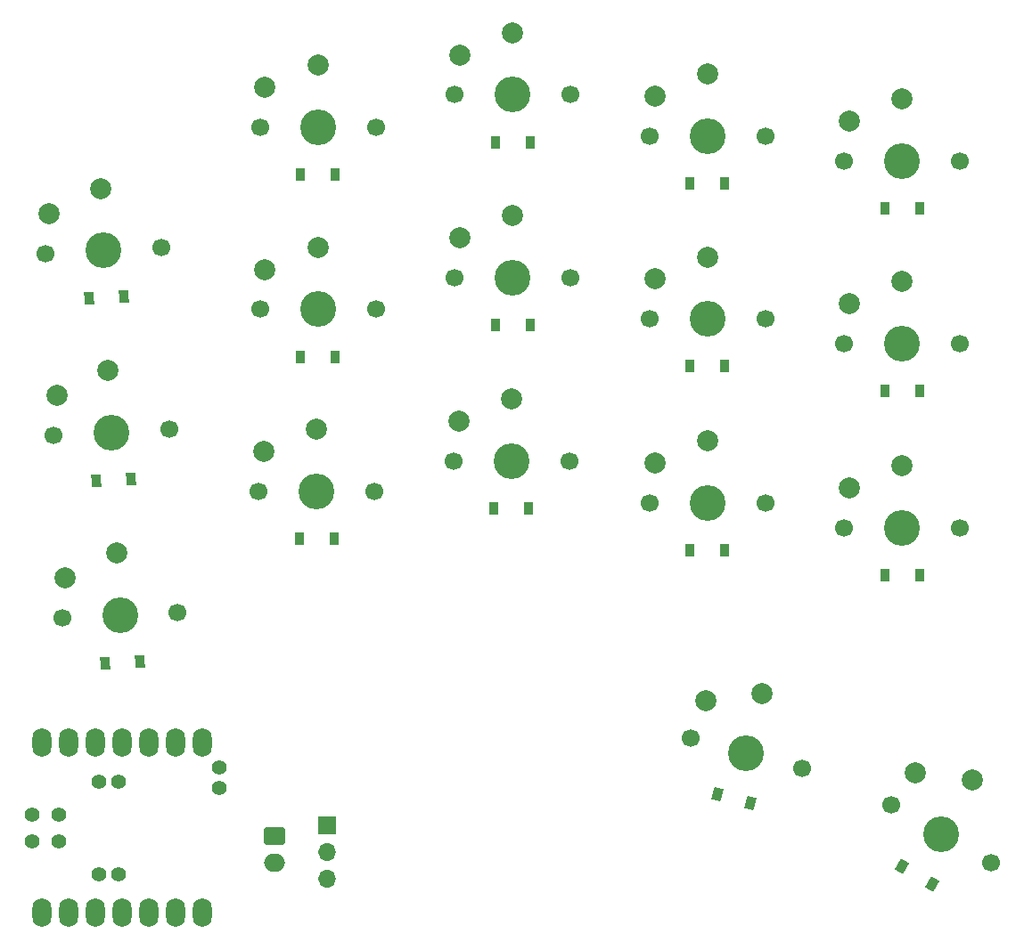
<source format=gbr>
%TF.GenerationSoftware,KiCad,Pcbnew,(6.0.7-1)-1*%
%TF.CreationDate,2022-11-03T20:53:44+08:00*%
%TF.ProjectId,kiai,6b696169-2e6b-4696-9361-645f70636258,rev?*%
%TF.SameCoordinates,Original*%
%TF.FileFunction,Soldermask,Top*%
%TF.FilePolarity,Negative*%
%FSLAX46Y46*%
G04 Gerber Fmt 4.6, Leading zero omitted, Abs format (unit mm)*
G04 Created by KiCad (PCBNEW (6.0.7-1)-1) date 2022-11-03 20:53:44*
%MOMM*%
%LPD*%
G01*
G04 APERTURE LIST*
G04 Aperture macros list*
%AMRoundRect*
0 Rectangle with rounded corners*
0 $1 Rounding radius*
0 $2 $3 $4 $5 $6 $7 $8 $9 X,Y pos of 4 corners*
0 Add a 4 corners polygon primitive as box body*
4,1,4,$2,$3,$4,$5,$6,$7,$8,$9,$2,$3,0*
0 Add four circle primitives for the rounded corners*
1,1,$1+$1,$2,$3*
1,1,$1+$1,$4,$5*
1,1,$1+$1,$6,$7*
1,1,$1+$1,$8,$9*
0 Add four rect primitives between the rounded corners*
20,1,$1+$1,$2,$3,$4,$5,0*
20,1,$1+$1,$4,$5,$6,$7,0*
20,1,$1+$1,$6,$7,$8,$9,0*
20,1,$1+$1,$8,$9,$2,$3,0*%
%AMRotRect*
0 Rectangle, with rotation*
0 The origin of the aperture is its center*
0 $1 length*
0 $2 width*
0 $3 Rotation angle, in degrees counterclockwise*
0 Add horizontal line*
21,1,$1,$2,0,0,$3*%
G04 Aperture macros list end*
%ADD10R,1.700000X1.700000*%
%ADD11O,1.700000X1.700000*%
%ADD12C,1.700000*%
%ADD13C,3.400000*%
%ADD14C,2.000000*%
%ADD15R,0.900000X1.200000*%
%ADD16O,1.800000X2.750000*%
%ADD17C,1.397000*%
%ADD18RotRect,0.900000X1.200000X3.000000*%
%ADD19RotRect,0.900000X1.200000X345.000000*%
%ADD20RotRect,0.900000X1.200000X330.000000*%
%ADD21RoundRect,0.250000X-0.750000X0.600000X-0.750000X-0.600000X0.750000X-0.600000X0.750000X0.600000X0*%
%ADD22O,2.000000X1.700000*%
G04 APERTURE END LIST*
D10*
%TO.C,GD1*%
X126100000Y2000000D03*
D11*
X126100000Y-540000D03*
X126100000Y-3080000D03*
%TD*%
D12*
%TO.C,K15*%
X149100000Y36700000D03*
X138100000Y36700000D03*
D13*
X143600000Y36700000D03*
D14*
X143600000Y42600000D03*
D15*
X141950000Y32200000D03*
X145250000Y32200000D03*
D14*
X138600000Y40500000D03*
%TD*%
D13*
%TO.C,K3*%
X162200000Y50184000D03*
D12*
X156700000Y50184000D03*
X167700000Y50184000D03*
D14*
X162200000Y56084000D03*
D15*
X160550000Y45684000D03*
X163850000Y45684000D03*
D14*
X157200000Y53984000D03*
%TD*%
D12*
%TO.C,K1*%
X156700000Y32700000D03*
X167700000Y32700000D03*
D13*
X162200000Y32700000D03*
D14*
X162200000Y38600000D03*
D15*
X160550000Y28200000D03*
X163850000Y28200000D03*
D14*
X157200000Y36500000D03*
%TD*%
D16*
%TO.C,U1*%
X98980000Y-6295000D03*
X101520000Y-6295000D03*
X104060000Y-6295000D03*
X106600000Y-6295000D03*
X109140000Y-6295000D03*
X111680000Y-6295000D03*
X114220000Y-6295000D03*
X114220000Y9895000D03*
X111680000Y9895000D03*
X109140000Y9895000D03*
X106600000Y9895000D03*
X104060000Y9895000D03*
X101520000Y9895000D03*
X98980000Y9895000D03*
D17*
X98028000Y530000D03*
X98028000Y3070000D03*
X100568000Y530000D03*
X100568000Y3070000D03*
X106283000Y-2645000D03*
X106300000Y6200000D03*
X104378000Y-2645000D03*
X104395000Y6200000D03*
X115808000Y5610000D03*
X115808000Y7515000D03*
%TD*%
D12*
%TO.C,K11*%
X119700000Y51100000D03*
D13*
X125200000Y51100000D03*
D12*
X130700000Y51100000D03*
D14*
X125200000Y57000000D03*
D15*
X123550000Y46600000D03*
D14*
X120200000Y54900000D03*
D15*
X126850000Y46600000D03*
%TD*%
D13*
%TO.C,K13*%
X104864488Y56693833D03*
D12*
X99372026Y56405985D03*
X110356951Y56981681D03*
D14*
X104555706Y62585747D03*
D18*
X103452261Y52113646D03*
X106747739Y52286354D03*
D14*
X99672464Y60226945D03*
%TD*%
D12*
%TO.C,K6*%
X175200000Y65200000D03*
D13*
X180700000Y65200000D03*
D12*
X186200000Y65200000D03*
D14*
X180700000Y71100000D03*
D15*
X179050000Y60700000D03*
X182350000Y60700000D03*
D14*
X175700000Y69000000D03*
%TD*%
D12*
%TO.C,K12*%
X100907538Y21723109D03*
D13*
X106400000Y22010957D03*
D12*
X111892463Y22298805D03*
D14*
X106091218Y27902871D03*
D18*
X104987773Y17430770D03*
X108283251Y17603478D03*
D14*
X101207976Y25544069D03*
%TD*%
D13*
%TO.C,K5*%
X180700000Y30300000D03*
D12*
X186200000Y30300000D03*
X175200000Y30300000D03*
D14*
X180700000Y36200000D03*
D15*
X179050000Y25800000D03*
D14*
X175700000Y34100000D03*
D15*
X182350000Y25800000D03*
%TD*%
D12*
%TO.C,K16*%
X138200000Y71500000D03*
X149200000Y71500000D03*
D13*
X143700000Y71500000D03*
D14*
X143700000Y77400000D03*
D15*
X142050000Y67000000D03*
X145350000Y67000000D03*
D14*
X138700000Y75300000D03*
%TD*%
D13*
%TO.C,K2*%
X162200000Y67600000D03*
D12*
X167700000Y67600000D03*
X156700000Y67600000D03*
D14*
X162200000Y73500000D03*
D15*
X160550000Y63100000D03*
D14*
X157200000Y71400000D03*
D15*
X163850000Y63100000D03*
%TD*%
D12*
%TO.C,K4*%
X160587409Y10323504D03*
X171212593Y7476494D03*
D13*
X165900001Y8899999D03*
D14*
X167427033Y14598962D03*
D19*
X163141537Y4980384D03*
X166329093Y4126282D03*
D14*
X162053884Y13864613D03*
%TD*%
D12*
%TO.C,K17*%
X149200000Y54100000D03*
D13*
X143700000Y54100000D03*
D12*
X138200000Y54100000D03*
D14*
X143700000Y60000000D03*
D15*
X142050000Y49600000D03*
D14*
X138700000Y57900000D03*
D15*
X145350000Y49600000D03*
%TD*%
D12*
%TO.C,K10*%
X119700000Y68400000D03*
X130700000Y68400000D03*
D13*
X125200000Y68400000D03*
D14*
X125200000Y74300000D03*
D15*
X123550000Y63900000D03*
X126850000Y63900000D03*
D14*
X120200000Y72200000D03*
%TD*%
D12*
%TO.C,K9*%
X119600000Y33800000D03*
X130600000Y33800000D03*
D13*
X125100000Y33800000D03*
D14*
X125100000Y39700000D03*
D15*
X123450000Y29300000D03*
D14*
X120100000Y37600000D03*
D15*
X126750000Y29300000D03*
%TD*%
D12*
%TO.C,K14*%
X111092463Y39687848D03*
X100107538Y39112152D03*
D13*
X105600000Y39400000D03*
D14*
X105291218Y45291914D03*
D18*
X104187773Y34819813D03*
D14*
X100407976Y42933112D03*
D18*
X107483251Y34992521D03*
%TD*%
D13*
%TO.C,K8*%
X184400001Y1200000D03*
D12*
X179636861Y3950000D03*
X189163141Y-1550000D03*
D14*
X187350001Y6309550D03*
D20*
X180721059Y-1872114D03*
X183578943Y-3522114D03*
D14*
X181969874Y6990897D03*
%TD*%
D21*
%TO.C,BT1*%
X121100000Y1000000D03*
D22*
X121100000Y-1500000D03*
%TD*%
D12*
%TO.C,K7*%
X175200000Y47856000D03*
D13*
X180700000Y47856000D03*
D12*
X186200000Y47856000D03*
D14*
X180700000Y53756000D03*
D15*
X179050000Y43356000D03*
D14*
X175700000Y51656000D03*
D15*
X182350000Y43356000D03*
%TD*%
M02*

</source>
